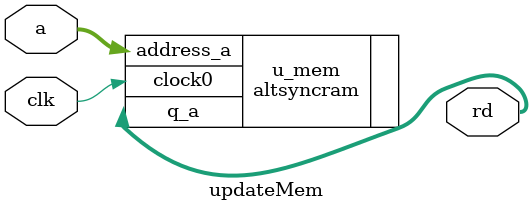
<source format=sv>
module updateMem #(parameter WIDTH=32)(input logic clk, input logic [WIDTH-1:0] a, output logic [WIDTH-1:0] rd);

	altsyncram #(
		.OPERATION_MODE("ROM"),
		.NUMWORDS_A(64),
		.WIDTH_A(32),
		.WIDTHAD_A(6),
		.OUTDATA_REG_A("UNREGISTERED"),
		.INIT_FILE("mam.hex"),
		.RAM_BLOCK_TYPE("M9K")

	)
	u_mem (
		.clock0(clk),
		.address_a(a),
		.q_a(rd)
	);

endmodule
</source>
